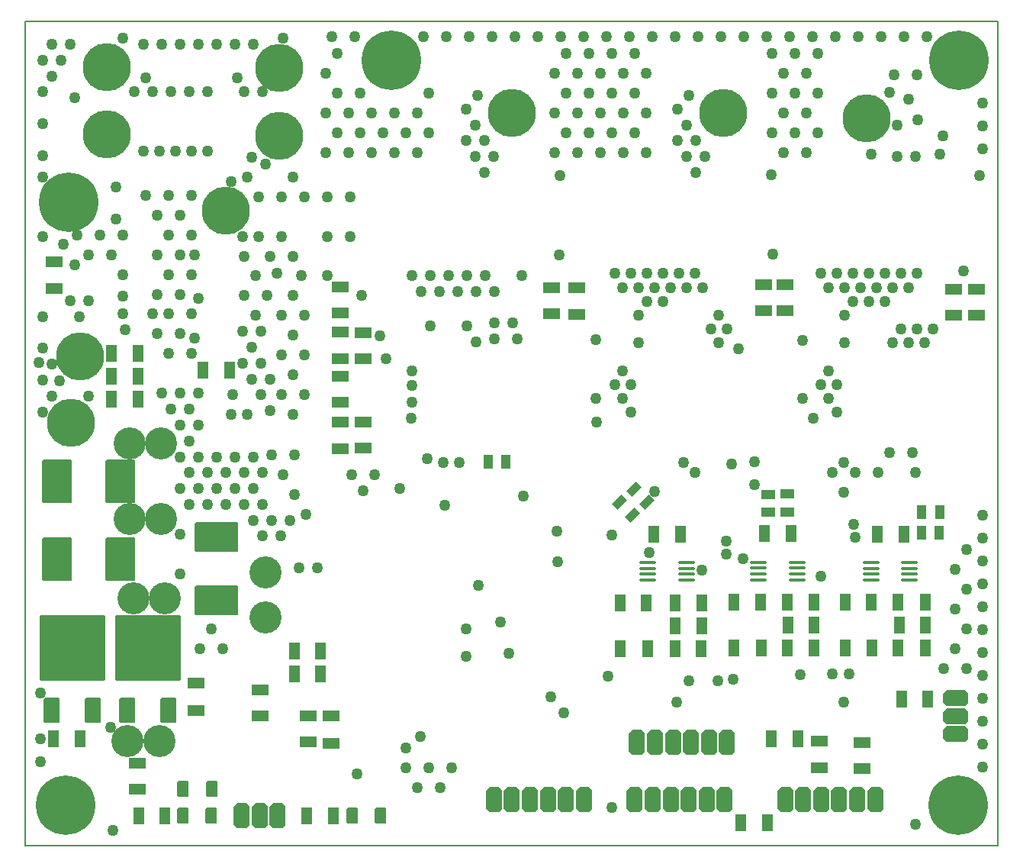
<source format=gbr>
G04 PROTEUS RS274X GERBER FILE*
%FSLAX45Y45*%
%MOMM*%
G01*
%ADD53C,1.270000*%
%ADD17C,1.016000*%
%ADD56C,5.334000*%
%AMPPAD071*
4,1,4,
-0.901700,0.571500,
-0.901700,-0.571500,
0.901700,-0.571500,
0.901700,0.571500,
-0.901700,0.571500,
0*%
%ADD81PPAD071*%
%AMPPAD072*
4,1,36,
3.492500,3.619500,
-3.492500,3.619500,
-3.518470,3.616970,
-3.542480,3.609700,
-3.564080,3.598150,
-3.582790,3.582790,
-3.598150,3.564070,
-3.609700,3.542480,
-3.616970,3.518470,
-3.619500,3.492500,
-3.619500,-3.492500,
-3.616970,-3.518470,
-3.609700,-3.542480,
-3.598150,-3.564070,
-3.582790,-3.582790,
-3.564080,-3.598150,
-3.542480,-3.609700,
-3.518470,-3.616970,
-3.492500,-3.619500,
3.492500,-3.619500,
3.518470,-3.616970,
3.542480,-3.609700,
3.564080,-3.598150,
3.582790,-3.582790,
3.598150,-3.564070,
3.609700,-3.542480,
3.616970,-3.518470,
3.619500,-3.492500,
3.619500,3.492500,
3.616970,3.518470,
3.609700,3.542480,
3.598150,3.564070,
3.582790,3.582790,
3.564080,3.598150,
3.542480,3.609700,
3.518470,3.616970,
3.492500,3.619500,
0*%
%ADD82PPAD072*%
%AMPPAD073*
4,1,36,
0.762000,1.397000,
-0.762000,1.397000,
-0.787970,1.394470,
-0.811980,1.387200,
-0.833580,1.375650,
-0.852290,1.360290,
-0.867650,1.341570,
-0.879200,1.319980,
-0.886470,1.295970,
-0.889000,1.270000,
-0.889000,-1.270000,
-0.886470,-1.295970,
-0.879200,-1.319980,
-0.867650,-1.341570,
-0.852290,-1.360290,
-0.833580,-1.375650,
-0.811980,-1.387200,
-0.787970,-1.394470,
-0.762000,-1.397000,
0.762000,-1.397000,
0.787970,-1.394470,
0.811980,-1.387200,
0.833580,-1.375650,
0.852290,-1.360290,
0.867650,-1.341570,
0.879200,-1.319980,
0.886470,-1.295970,
0.889000,-1.270000,
0.889000,1.270000,
0.886470,1.295970,
0.879200,1.319980,
0.867650,1.341570,
0.852290,1.360290,
0.833580,1.375650,
0.811980,1.387200,
0.787970,1.394470,
0.762000,1.397000,
0*%
%ADD83PPAD073*%
%AMPPAD074*
4,1,4,
0.571500,0.901700,
-0.571500,0.901700,
-0.571500,-0.901700,
0.571500,-0.901700,
0.571500,0.901700,
0*%
%ADD84PPAD074*%
%ADD66C,6.604000*%
%AMPPAD034*
4,1,36,
0.901700,-0.025400,
0.901700,0.025400,
0.898160,0.061750,
0.887980,0.095370,
0.871810,0.125600,
0.850300,0.151800,
0.824110,0.173310,
0.793870,0.189480,
0.760250,0.199660,
0.723900,0.203200,
-0.723900,0.203200,
-0.760250,0.199660,
-0.793870,0.189480,
-0.824110,0.173310,
-0.850300,0.151800,
-0.871810,0.125600,
-0.887980,0.095370,
-0.898160,0.061750,
-0.901700,0.025400,
-0.901700,-0.025400,
-0.898160,-0.061750,
-0.887980,-0.095370,
-0.871810,-0.125600,
-0.850300,-0.151800,
-0.824110,-0.173310,
-0.793870,-0.189480,
-0.760250,-0.199660,
-0.723900,-0.203200,
0.723900,-0.203200,
0.760250,-0.199660,
0.793870,-0.189480,
0.824110,-0.173310,
0.850300,-0.151800,
0.871810,-0.125600,
0.887980,-0.095370,
0.898160,-0.061750,
0.901700,-0.025400,
0*%
%ADD40PPAD034*%
%AMPPAD075*
4,1,36,
-0.508000,-0.889000,
0.508000,-0.889000,
0.533970,-0.886470,
0.557980,-0.879200,
0.579580,-0.867650,
0.598290,-0.852290,
0.613650,-0.833570,
0.625200,-0.811980,
0.632470,-0.787970,
0.635000,-0.762000,
0.635000,0.762000,
0.632470,0.787970,
0.625200,0.811980,
0.613650,0.833570,
0.598290,0.852290,
0.579580,0.867650,
0.557980,0.879200,
0.533970,0.886470,
0.508000,0.889000,
-0.508000,0.889000,
-0.533970,0.886470,
-0.557980,0.879200,
-0.579580,0.867650,
-0.598290,0.852290,
-0.613650,0.833570,
-0.625200,0.811980,
-0.632470,0.787970,
-0.635000,0.762000,
-0.635000,-0.762000,
-0.632470,-0.787970,
-0.625200,-0.811980,
-0.613650,-0.833570,
-0.598290,-0.852290,
-0.579580,-0.867650,
-0.557980,-0.879200,
-0.533970,-0.886470,
-0.508000,-0.889000,
0*%
%ADD85PPAD075*%
%AMPPAD066*
4,1,8,
-1.397000,-0.509800,
-1.397000,0.509800,
-1.017800,0.889000,
1.017800,0.889000,
1.397000,0.509800,
1.397000,-0.509800,
1.017800,-0.889000,
-1.017800,-0.889000,
-1.397000,-0.509800,
0*%
%ADD76PPAD066*%
%AMPPAD067*
4,1,8,
-0.509800,1.397000,
0.509800,1.397000,
0.889000,1.017800,
0.889000,-1.017800,
0.509800,-1.397000,
-0.509800,-1.397000,
-0.889000,-1.017800,
-0.889000,1.017800,
-0.509800,1.397000,
0*%
%ADD77PPAD067*%
%ADD78C,3.556000*%
%AMPPAD076*
4,1,4,
-0.469900,-0.723900,
0.469900,-0.723900,
0.469900,0.723900,
-0.469900,0.723900,
-0.469900,-0.723900,
0*%
%ADD86PPAD076*%
%AMPPAD077*
4,1,36,
-2.413000,-1.524000,
-2.413000,1.524000,
-2.410470,1.549970,
-2.403200,1.573980,
-2.391650,1.595580,
-2.376290,1.614290,
-2.357570,1.629650,
-2.335980,1.641200,
-2.311970,1.648470,
-2.286000,1.651000,
2.286000,1.651000,
2.311970,1.648470,
2.335980,1.641200,
2.357570,1.629650,
2.376290,1.614290,
2.391650,1.595580,
2.403200,1.573980,
2.410470,1.549970,
2.413000,1.524000,
2.413000,-1.524000,
2.410470,-1.549970,
2.403200,-1.573980,
2.391650,-1.595580,
2.376290,-1.614290,
2.357570,-1.629650,
2.335980,-1.641200,
2.311970,-1.648470,
2.286000,-1.651000,
-2.286000,-1.651000,
-2.311970,-1.648470,
-2.335980,-1.641200,
-2.357570,-1.629650,
-2.376290,-1.614290,
-2.391650,-1.595580,
-2.403200,-1.573980,
-2.410470,-1.549970,
-2.413000,-1.524000,
0*%
%ADD87PPAD077*%
%AMPPAD078*
4,1,4,
0.844140,0.179610,
0.179610,0.844140,
-0.844140,-0.179610,
-0.179610,-0.844140,
0.844140,0.179610,
0*%
%ADD88PPAD078*%
%AMPPAD079*
4,1,4,
0.723900,-0.469900,
0.723900,0.469900,
-0.723900,0.469900,
-0.723900,-0.469900,
0.723900,-0.469900,
0*%
%ADD89PPAD079*%
%AMPPAD080*
4,1,36,
-1.524000,2.413000,
1.524000,2.413000,
1.549970,2.410470,
1.573980,2.403200,
1.595580,2.391650,
1.614290,2.376290,
1.629650,2.357570,
1.641200,2.335980,
1.648470,2.311970,
1.651000,2.286000,
1.651000,-2.286000,
1.648470,-2.311970,
1.641200,-2.335980,
1.629650,-2.357570,
1.614290,-2.376290,
1.595580,-2.391650,
1.573980,-2.403200,
1.549970,-2.410470,
1.524000,-2.413000,
-1.524000,-2.413000,
-1.549970,-2.410470,
-1.573980,-2.403200,
-1.595580,-2.391650,
-1.614290,-2.376290,
-1.629650,-2.357570,
-1.641200,-2.335980,
-1.648470,-2.311970,
-1.651000,-2.286000,
-1.651000,2.286000,
-1.648470,2.311970,
-1.641200,2.335980,
-1.629650,2.357570,
-1.614290,2.376290,
-1.595580,2.391650,
-1.573980,2.403200,
-1.549970,2.410470,
-1.524000,2.413000,
0*%
%ADD90PPAD080*%
%ADD38C,0.203200*%
D53*
X+3213100Y-1497654D03*
X+3213100Y-1308100D03*
X+3213100Y-1145702D03*
X+4127500Y-617774D03*
X+4330700Y-617774D03*
X+3314700Y-265822D03*
X+3517900Y-265822D03*
X+3721100Y-265822D03*
X+3924300Y-265822D03*
X+4127500Y-265822D03*
X+3213100Y-89846D03*
X+3416300Y-89846D03*
X+3619500Y-89846D03*
X+3822700Y-89846D03*
X+4025900Y-89846D03*
X+4432300Y-89846D03*
X+4013200Y+1052310D03*
X+3911600Y+1228286D03*
X+4114800Y+1228286D03*
X+3810000Y+1404262D03*
X+4013200Y+1404262D03*
X+3911600Y+1580238D03*
X+3810000Y+1756214D03*
X+3937000Y+1905000D03*
X+8597900Y+1228286D03*
X+8801100Y+1228286D03*
X+8597900Y+1580238D03*
X+8724900Y+1866900D03*
X+6363969Y+1052310D03*
X+6262369Y+1228286D03*
X+6465569Y+1228286D03*
X+6160769Y+1404262D03*
X+6363969Y+1404262D03*
X+6262369Y+1580238D03*
X+6160769Y+1756214D03*
X+6286500Y+1905000D03*
X+7747000Y-3429000D03*
X+6428649Y-3363510D03*
X+3200400Y-1676400D03*
X+4127500Y-793750D03*
X+4381500Y-793750D03*
X-134100Y-5105400D03*
X+1472186Y-535190D03*
X+1345186Y-315220D03*
X+1599186Y-315220D03*
X+1472186Y-95250D03*
X+1345186Y+124720D03*
X+1714500Y-63500D03*
X+1206500Y+952500D03*
X+1587500Y+1143000D03*
X+8305800Y+1257545D03*
X+9067800Y+1257545D03*
X+8509000Y+1943100D03*
X+8559800Y+2137425D03*
X+8813800Y+2137425D03*
X+4191000Y-3937000D03*
X+7519052Y-4519896D03*
X+7874000Y-4508500D03*
X+3811743Y-4009908D03*
X+3810000Y-4318000D03*
X+4445000Y-2540000D03*
X+6756400Y-2184400D03*
X+508000Y-958605D03*
X+762000Y-958605D03*
X+381000Y-738635D03*
X+635000Y-738635D03*
X+0Y-518665D03*
X+508000Y-518665D03*
X+762000Y-518665D03*
X+381000Y-298695D03*
X+635000Y-298695D03*
X+0Y-78725D03*
X+508000Y-78725D03*
X+762000Y-78725D03*
X-381000Y+141245D03*
X-127000Y+141245D03*
X+381000Y+141245D03*
X+635000Y+141245D03*
X-508000Y+361215D03*
X-254000Y+361215D03*
X+0Y+361215D03*
X+508000Y+361215D03*
X+762000Y+361215D03*
X+381000Y+581185D03*
X+635000Y+581185D03*
X+254000Y+801155D03*
X+508000Y+801155D03*
X+762000Y+801155D03*
X+5384021Y-4535575D03*
X+4283159Y-4283011D03*
X+4826045Y-3267760D03*
X+2667000Y-2476500D03*
X+7543800Y-812800D03*
X+8127850Y-2993866D03*
X+8118219Y-2853714D03*
X+5249412Y-804176D03*
X+6696244Y-3035770D03*
X+5257800Y-1714500D03*
X+5905500Y-2489200D03*
X+6698805Y-3180794D03*
X+7664736Y-1676863D03*
X+8001000Y-2498395D03*
X+6350000Y-2278425D03*
X+7874000Y-2278425D03*
X+8128000Y-2278425D03*
X+8382000Y-2278425D03*
X+8509000Y-2058455D03*
X+8763000Y-2058455D03*
X+1218186Y-1415070D03*
X+1980186Y-95250D03*
X+3924300Y-823914D03*
X+3416300Y-647938D03*
X+3822700Y-647938D03*
X+7924800Y-1608885D03*
X+7835900Y-1454906D03*
X+7747000Y-1300927D03*
X+7924800Y-1300927D03*
X+7835900Y-1146948D03*
X+8013700Y-838990D03*
X+8547100Y-838990D03*
X+8724900Y-838990D03*
X+8902700Y-838990D03*
X+8636000Y-685011D03*
X+8813800Y-685011D03*
X+8991600Y-685011D03*
X+8013700Y-531032D03*
X+8102600Y-377053D03*
X+8280400Y-377053D03*
X+8458200Y-377053D03*
X+7835900Y-223074D03*
X+8013700Y-223074D03*
X+8191500Y-223074D03*
X+8369300Y-223074D03*
X+8547100Y-223074D03*
X+8724900Y-223074D03*
X+7747000Y-69095D03*
X+7924800Y-69095D03*
X+8102600Y-69095D03*
X+8280400Y-69095D03*
X+8458200Y-69095D03*
X+8636000Y-69095D03*
X+8813800Y-69095D03*
X+5638800Y-1608885D03*
X+5549900Y-1454906D03*
X+5461000Y-1300927D03*
X+5638800Y-1300927D03*
X+5549900Y-1146948D03*
X+5727700Y-838990D03*
X+6616700Y-838990D03*
X+6527800Y-685011D03*
X+6705600Y-685011D03*
X+5727700Y-531032D03*
X+6616700Y-531032D03*
X+5816600Y-377053D03*
X+5994400Y-377053D03*
X+5549900Y-223074D03*
X+5727700Y-223074D03*
X+5905500Y-223074D03*
X+6083300Y-223074D03*
X+6261100Y-223074D03*
X+6438900Y-223074D03*
X+5461000Y-69095D03*
X+5638800Y-69095D03*
X+5816600Y-69095D03*
X+5994400Y-69095D03*
X+6172200Y-69095D03*
X+6350000Y-69095D03*
X+7010400Y-2413000D03*
X+3556000Y-2168441D03*
X+3733800Y-2168441D03*
X+6223000Y-2168441D03*
X+8001000Y-2168441D03*
X+800100Y-782630D03*
X+0Y-320693D03*
X+800100Y+141244D03*
X+8826500Y+1638300D03*
X+9105900Y+1460500D03*
X+8802625Y-6177544D03*
X+8064500Y-4508500D03*
X+8001000Y-4826000D03*
X+6286500Y-4584700D03*
X+6604000Y-4584700D03*
X+6153231Y-4826944D03*
X+6778656Y-4571579D03*
X+1955800Y-3334134D03*
X+2159000Y-3334134D03*
X+1549400Y-2982182D03*
X+1752600Y-2982182D03*
X+1447800Y-2806206D03*
X+1651000Y-2806206D03*
X+1854200Y-2806206D03*
X+736600Y-2630230D03*
X+939800Y-2630230D03*
X+1143000Y-2630230D03*
X+1346200Y-2630230D03*
X+1549400Y-2630230D03*
X+635000Y-2454254D03*
X+838200Y-2454254D03*
X+1041400Y-2454254D03*
X+1244600Y-2454254D03*
X+1447800Y-2454254D03*
X+3073400Y-2454254D03*
X+736600Y-2278278D03*
X+939800Y-2278278D03*
X+1143000Y-2278278D03*
X+1346200Y-2278278D03*
X+1549400Y-2278278D03*
X+635000Y-2102302D03*
X+838200Y-2102302D03*
X+1041400Y-2102302D03*
X+1244600Y-2102302D03*
X+1447800Y-2102302D03*
X+7010400Y-2159000D03*
X+736600Y-1926326D03*
X+635000Y-1750350D03*
X+838200Y-1750350D03*
X+533400Y-1574374D03*
X+736600Y-1574374D03*
X+431800Y-1398398D03*
X+635000Y-1398398D03*
X+838200Y-1398398D03*
X+25400Y-694494D03*
X+330200Y-518518D03*
X+838200Y-342542D03*
X-660400Y+254000D03*
X-76200Y+537338D03*
X-76200Y+889290D03*
X-889000Y+1241242D03*
X-889000Y+1593194D03*
X-889000Y+1945146D03*
X+127000Y+1945146D03*
X+330200Y+1945146D03*
X+533400Y+1945146D03*
X+736600Y+1945146D03*
X+939800Y+1945146D03*
X+1346200Y+1945146D03*
X+1549400Y+1945146D03*
X-787400Y+2121122D03*
X-889000Y+2297098D03*
X-685800Y+2297098D03*
X-787400Y+2473074D03*
X-584200Y+2473074D03*
X+228600Y+2473074D03*
X+431800Y+2473074D03*
X+635000Y+2473074D03*
X+838200Y+2473074D03*
X+1041400Y+2473074D03*
X+1244600Y+2473074D03*
X+1447800Y+2473074D03*
X-698500Y-1257300D03*
X-927100Y-1054100D03*
X-889000Y-1602936D03*
X-787400Y-1426960D03*
X-381000Y-1426960D03*
X-889000Y-1250984D03*
X-787400Y-1075008D03*
X-889000Y-899032D03*
X-889000Y-547080D03*
X-482600Y-547080D03*
X-584200Y-371104D03*
X-381000Y-371104D03*
X+1638300Y-1591046D03*
X+1536700Y-1415070D03*
X+1435100Y-1239094D03*
X+1638300Y-1239094D03*
X+1333500Y-1063118D03*
X+1536700Y-1063118D03*
X+1435100Y-887142D03*
X+1333500Y-711166D03*
X+1536700Y-711166D03*
X+1333500Y+344690D03*
X+1435100Y+1224570D03*
X+3145817Y-5333103D03*
X+4895850Y-4946650D03*
X+3944752Y-3532550D03*
X+5431385Y-2971800D03*
X+2857500Y-762000D03*
X+2921000Y-1016000D03*
X+3576345Y-2643122D03*
X+4818888Y-2925288D03*
X+5842000Y-3162300D03*
X+3302000Y-5207000D03*
X+4752309Y-4765009D03*
X+1206500Y-1635040D03*
X+228600Y+1290561D03*
X+406400Y+1290561D03*
X+584200Y+1290561D03*
X+762000Y+1290561D03*
X+939800Y+1290561D03*
X+8801100Y-2278278D03*
X+3378200Y-2124299D03*
X-533400Y+31407D03*
X-889000Y+339365D03*
X-533400Y+1879155D03*
X+6883138Y-3230089D03*
X+6832600Y-901700D03*
D17*
X+5249124Y-1453322D03*
D53*
X+1384300Y-1635040D03*
X+1892300Y-1635040D03*
X+1765300Y-1415070D03*
X+2019300Y-1415070D03*
X+1892300Y-1195100D03*
X+1765300Y-975130D03*
X+2019300Y-975130D03*
X+1892300Y-755160D03*
X+1765300Y-535190D03*
X+2019300Y-535190D03*
X+1892300Y-315220D03*
X+2654300Y-315220D03*
X+2273300Y-95250D03*
X+1638300Y+124720D03*
X+1892300Y+124720D03*
X+1511300Y+344690D03*
X+1765300Y+344690D03*
X+2273300Y+344690D03*
X+2527300Y+344690D03*
X+1511300Y+784630D03*
X+1765300Y+784630D03*
X+2019300Y+784630D03*
X+2273300Y+784630D03*
X+2527300Y+784630D03*
X+1384300Y+1004600D03*
X+1892300Y+1004600D03*
X-106680Y-6243320D03*
X-909320Y-5484593D03*
X-909320Y-5230593D03*
X-909320Y-4722593D03*
X+2326575Y+2560320D03*
X+2580575Y+2560320D03*
X+3342575Y+2560320D03*
X+3596575Y+2560320D03*
X+3850575Y+2560320D03*
X+4104575Y+2560320D03*
X+4358575Y+2560320D03*
X+4612575Y+2560320D03*
X+4866575Y+2560320D03*
X+5120575Y+2560320D03*
X+5374575Y+2560320D03*
X+5628575Y+2560320D03*
X+5882575Y+2560320D03*
X+6136575Y+2560320D03*
X+6390575Y+2560320D03*
X+6644575Y+2560320D03*
X+6898575Y+2560320D03*
X+7152575Y+2560320D03*
X+7406575Y+2560320D03*
X+7660575Y+2560320D03*
X+7914575Y+2560320D03*
X+8168575Y+2560320D03*
X+8422575Y+2560320D03*
X+8676575Y+2560320D03*
X+8930575Y+2560320D03*
X+9545320Y+1821839D03*
X+9545320Y+1567839D03*
X+9545320Y+1313839D03*
X+9545320Y-2750161D03*
X+9545320Y-3004161D03*
X+9545320Y-3258161D03*
X+9545320Y-3512161D03*
X+9545320Y-3766161D03*
X+9545320Y-4020161D03*
X+9545320Y-4274161D03*
X+9545320Y-4528161D03*
X+9545320Y-4782161D03*
X+9545320Y-5036161D03*
X+9545320Y-5290161D03*
X+9545320Y-5544161D03*
X+5430518Y-5990308D03*
X+3271518Y-5770338D03*
X+3525518Y-5770338D03*
X+3144518Y-5550368D03*
X+3398518Y-5550368D03*
X+3652518Y-5550368D03*
X+9113518Y-4450518D03*
X+9367518Y-4450518D03*
X+858518Y-4230548D03*
X+1112518Y-4230548D03*
X+9240518Y-4230548D03*
X+985518Y-4010578D03*
X+9367518Y-4010578D03*
X+9240518Y-3790608D03*
X+9367518Y-3570638D03*
X+9240518Y-3350668D03*
X+9367518Y-3130698D03*
X+2255518Y+1268702D03*
X+2509518Y+1268702D03*
X+2763518Y+1268702D03*
X+3017518Y+1268702D03*
X+3271518Y+1268702D03*
X+4795518Y+1268702D03*
X+5049518Y+1268702D03*
X+5303518Y+1268702D03*
X+5557518Y+1268702D03*
X+5811518Y+1268702D03*
X+7335518Y+1268702D03*
X+7589518Y+1268702D03*
X+2382518Y+1488672D03*
X+2636518Y+1488672D03*
X+2890518Y+1488672D03*
X+3144518Y+1488672D03*
X+3398518Y+1488672D03*
X+4922518Y+1488672D03*
X+5176518Y+1488672D03*
X+5430518Y+1488672D03*
X+5684518Y+1488672D03*
X+7208518Y+1488672D03*
X+7462518Y+1488672D03*
X+7716518Y+1488672D03*
X+2255518Y+1708642D03*
X+2509518Y+1708642D03*
X+2763518Y+1708642D03*
X+3017518Y+1708642D03*
X+3271518Y+1708642D03*
X+4795518Y+1708642D03*
X+5049518Y+1708642D03*
X+5303518Y+1708642D03*
X+5557518Y+1708642D03*
X+5811518Y+1708642D03*
X+7335518Y+1708642D03*
X+7589518Y+1708642D03*
X+2382518Y+1928612D03*
X+2636518Y+1928612D03*
X+3398518Y+1928612D03*
X+4922518Y+1928612D03*
X+5176518Y+1928612D03*
X+5430518Y+1928612D03*
X+5684518Y+1928612D03*
X+7208518Y+1928612D03*
X+7462518Y+1928612D03*
X+7716518Y+1928612D03*
X+2255518Y+2148582D03*
X+4795518Y+2148582D03*
X+5049518Y+2148582D03*
X+5303518Y+2148582D03*
X+5557518Y+2148582D03*
X+5811518Y+2148582D03*
X+7335518Y+2148582D03*
X+7589518Y+2148582D03*
X+2382518Y+2368552D03*
X+4922518Y+2368552D03*
X+5176518Y+2368552D03*
X+5430518Y+2368552D03*
X+5684518Y+2368552D03*
X+7208518Y+2368552D03*
X+7462518Y+2368552D03*
X+7716518Y+2368552D03*
X+5249412Y-1454150D03*
X+7545632Y-1454630D03*
X+635000Y-3400126D03*
X+635000Y-2960186D03*
X+2032000Y-2740216D03*
X+1905000Y-2520246D03*
X+1778000Y-2300276D03*
X+2540000Y-2300276D03*
X+2794000Y-2300276D03*
X+1651000Y-2080306D03*
X+1905000Y-2080306D03*
X-889000Y+999274D03*
X+254000Y+2099124D03*
X+1270000Y+2099124D03*
X+0Y+2539064D03*
X+1778000Y+2539064D03*
X+4849152Y+136041D03*
X+4855876Y+1015407D03*
X+9330122Y-39719D03*
X+9512300Y+1016000D03*
X+7212726Y+148446D03*
X+7200900Y+1028700D03*
X+2602489Y-5621043D03*
D56*
X+4318000Y+1714500D03*
X+6667500Y+1714500D03*
X+8255000Y+1651000D03*
D81*
X+2413000Y-716000D03*
X+2413000Y-1016000D03*
X+2413000Y-218000D03*
X+2413000Y-508000D03*
X+2667000Y-726000D03*
X+2667000Y-1016000D03*
D82*
X-553200Y-4224020D03*
D83*
X-324600Y-4914900D03*
X-781800Y-4914900D03*
D82*
X+285000Y-4224020D03*
D83*
X+513600Y-4914900D03*
X+56400Y-4914900D03*
D84*
X+173000Y-1460500D03*
X-127000Y-1460500D03*
X+173000Y-952500D03*
X-127000Y-952500D03*
X+173000Y-1206500D03*
X-127000Y-1206500D03*
X+889000Y-1143000D03*
X+1189000Y-1143000D03*
D66*
X-602309Y+718491D03*
D56*
X-571500Y-1727200D03*
D84*
X-469100Y-5232400D03*
X-769100Y-5232400D03*
D81*
X+818400Y-4914900D03*
X+818400Y-4614900D03*
X+2413000Y-1714500D03*
X+2413000Y-2014500D03*
X+2667000Y-1714500D03*
X+2667000Y-2004500D03*
X+2413000Y-1206500D03*
X+2413000Y-1496500D03*
D40*
X+6259000Y-3273402D03*
X+6259000Y-3338402D03*
X+6259000Y-3403402D03*
X+6259000Y-3468402D03*
X+5829000Y-3468402D03*
X+5829000Y-3403402D03*
X+5829000Y-3338402D03*
X+5829000Y-3273402D03*
X+7486107Y-3273033D03*
X+7486107Y-3338033D03*
X+7486107Y-3403033D03*
X+7486107Y-3468033D03*
X+7056107Y-3468033D03*
X+7056107Y-3403033D03*
X+7056107Y-3338033D03*
X+7056107Y-3273033D03*
X+8735869Y-3274533D03*
X+8735869Y-3339533D03*
X+8735869Y-3404533D03*
X+8735869Y-3469533D03*
X+8305869Y-3469533D03*
X+8305869Y-3404533D03*
X+8305869Y-3339533D03*
X+8305869Y-3274533D03*
D84*
X+6195500Y-2957402D03*
X+5895500Y-2957402D03*
X+7422607Y-2957033D03*
X+7122607Y-2957033D03*
X+8672369Y-2958533D03*
X+8372369Y-2958533D03*
X+6432000Y-3719402D03*
X+6132000Y-3719402D03*
X+7676607Y-3719033D03*
X+7376607Y-3719033D03*
X+8908869Y-3719033D03*
X+8608869Y-3719033D03*
X+6432000Y-3973402D03*
X+6132000Y-3973402D03*
X+5824500Y-4227402D03*
X+5524500Y-4227402D03*
X+5524500Y-3719402D03*
X+5814500Y-3719402D03*
X+6422000Y-4227402D03*
X+6132000Y-4227402D03*
X+6787607Y-3719033D03*
X+7077607Y-3719033D03*
X+7676607Y-3973033D03*
X+7386607Y-3973033D03*
X+8019869Y-3719033D03*
X+8309869Y-3719033D03*
X+8908869Y-3973033D03*
X+8618869Y-3973033D03*
X+7087607Y-4227033D03*
X+6787607Y-4227033D03*
X+7676607Y-4227033D03*
X+7376607Y-4227033D03*
X+8319869Y-4227033D03*
X+8019869Y-4227033D03*
X+8908869Y-4227033D03*
X+8608869Y-4227033D03*
X+7158000Y-6159500D03*
X+6858000Y-6159500D03*
D81*
X+2311400Y-4978400D03*
X+2311400Y-5278400D03*
X-762000Y+63500D03*
X-762000Y-236500D03*
D85*
X+673100Y-6083300D03*
X+988060Y-6083300D03*
D76*
X+9245600Y-5181500D03*
X+9245600Y-4981500D03*
X+9245600Y-4781500D03*
D81*
X+8204200Y-5272600D03*
X+8204200Y-5562600D03*
D84*
X+7203000Y-5232400D03*
X+7493000Y-5232400D03*
D81*
X+7731100Y-5259900D03*
X+7731100Y-5549900D03*
D84*
X+8643416Y-4793216D03*
X+8933416Y-4793216D03*
X+467800Y-6083300D03*
X+177800Y-6083300D03*
X+1905000Y-4508500D03*
X+2195000Y-4508500D03*
X+1905000Y-4254500D03*
X+2195000Y-4254500D03*
D81*
X+2057400Y-5268400D03*
X+2057400Y-4978400D03*
X+1524000Y-4686300D03*
X+1524000Y-4976300D03*
D77*
X+8356500Y-5905500D03*
X+8156500Y-5905500D03*
X+7956500Y-5905500D03*
X+7756500Y-5905500D03*
X+7556500Y-5905500D03*
X+7356500Y-5905500D03*
D56*
X-469900Y-990600D03*
X+1146547Y+625845D03*
X-177800Y+1473200D03*
X-177800Y+2223200D03*
X+1739900Y+1460500D03*
X+1739900Y+2210500D03*
D66*
X+9283700Y+2298700D03*
X+2984500Y+2298700D03*
X+9271000Y-5969000D03*
X-635000Y-5969000D03*
D77*
X+4124500Y-5905500D03*
X+4324500Y-5905500D03*
X+4524500Y-5905500D03*
X+4724500Y-5905500D03*
X+4924500Y-5905500D03*
X+5124500Y-5905500D03*
X+5686500Y-5905500D03*
X+5886500Y-5905500D03*
X+6086500Y-5905500D03*
X+6286500Y-5905500D03*
X+6486500Y-5905500D03*
X+6686500Y-5905500D03*
X+5712000Y-5270500D03*
X+5912000Y-5270500D03*
X+6112000Y-5270500D03*
X+6312000Y-5270500D03*
X+6512000Y-5270500D03*
X+6712000Y-5270500D03*
X+1722985Y-6086392D03*
X+1522985Y-6086392D03*
X+1322985Y-6086392D03*
D78*
X+1587500Y-3886200D03*
X+1587500Y-3386200D03*
D86*
X+4054500Y-2159000D03*
X+4254500Y-2159000D03*
D87*
X+1041400Y-2997200D03*
X+1041400Y-3697200D03*
D78*
X+76200Y-1955800D03*
X+426200Y-1955800D03*
X+76200Y-2794000D03*
X+426200Y-2794000D03*
X+56400Y-5257800D03*
X+406400Y-5257800D03*
X+119900Y-3670300D03*
X+469900Y-3670300D03*
D88*
X+5660311Y-2750411D03*
X+5518890Y-2608990D03*
X+5816600Y-2603500D03*
X+5675178Y-2462078D03*
D89*
X+7162800Y-2717800D03*
X+7162800Y-2517800D03*
X+7378700Y-2714600D03*
X+7378700Y-2514600D03*
D86*
X+8867800Y-2717800D03*
X+9067800Y-2717800D03*
X+8864600Y-2946400D03*
X+9064600Y-2946400D03*
D90*
X-23900Y-2374900D03*
X-723900Y-2374900D03*
X-23900Y-3238500D03*
X-723900Y-3238500D03*
D81*
X+4762500Y-518600D03*
X+4762500Y-228600D03*
X+5041900Y-520700D03*
X+5041900Y-230700D03*
X+7112000Y-480500D03*
X+7112000Y-190500D03*
X+7353300Y-480500D03*
X+7353300Y-190500D03*
X+9220200Y-531300D03*
X+9220200Y-241300D03*
X+9474200Y-531300D03*
X+9474200Y-241300D03*
D85*
X+2552700Y-6083300D03*
X+2867660Y-6083300D03*
D84*
X+2336800Y-6083300D03*
X+2046800Y-6083300D03*
D85*
X+675640Y-5791200D03*
X+990600Y-5791200D03*
D81*
X+165100Y-5791200D03*
X+165100Y-5501200D03*
D38*
X-1079500Y-6413500D02*
X+9715500Y-6413500D01*
X+9715500Y+2730500D01*
X-1079500Y+2730500D01*
X-1079500Y-6413500D01*
M02*

</source>
